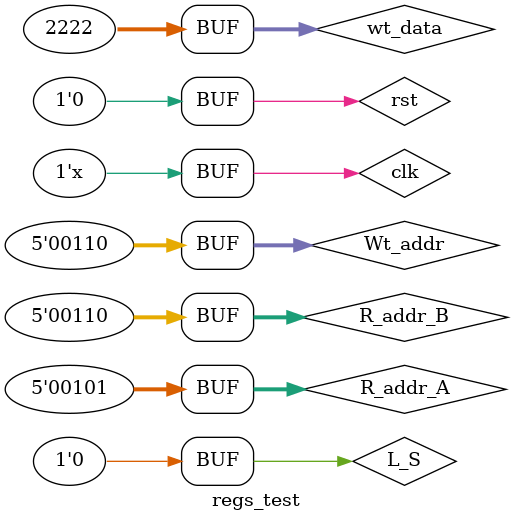
<source format=v>
`timescale 1ns / 1ps


module regs_test;

	// Inputs
	reg clk;
	reg rst;
	reg L_S;
	reg [4:0] R_addr_A;
	reg [4:0] R_addr_B;
	reg [4:0] Wt_addr;
	reg [31:0] wt_data;

	// Outputs
	wire [31:0] rdata_A;
	wire [31:0] rdata_B;

	// Instantiate the Unit Under Test (UUT)
	regs uut (
		.clk(clk), 
		.rst(rst), 
		.L_S(L_S), 
		.R_addr_A(R_addr_A), 
		.R_addr_B(R_addr_B), 
		.Wt_addr(Wt_addr), 
		.wt_data(wt_data), 
		.rdata_A(rdata_A), 
		.rdata_B(rdata_B)
	);

	initial begin
		// Initialize Inputs
		clk = 0;
		rst = 1;
		L_S = 0;
		R_addr_A = 0;
		R_addr_B = 0;
		Wt_addr = 0;
		wt_data = 0;

		// Wait 100 ns for global reset to finish
		#100;
      rst =0;
		#100;
		
		L_S = 1;
		Wt_addr = 5;
		wt_data = 1111;
		#50;
		Wt_addr = 6;
		wt_data = 2222;
		#50;
		
		L_S = 0;
		R_addr_A = 5;
		R_addr_B = 6;
		#100;

	end
	
	always begin
		clk = !clk; #25;
	end
      
endmodule


</source>
